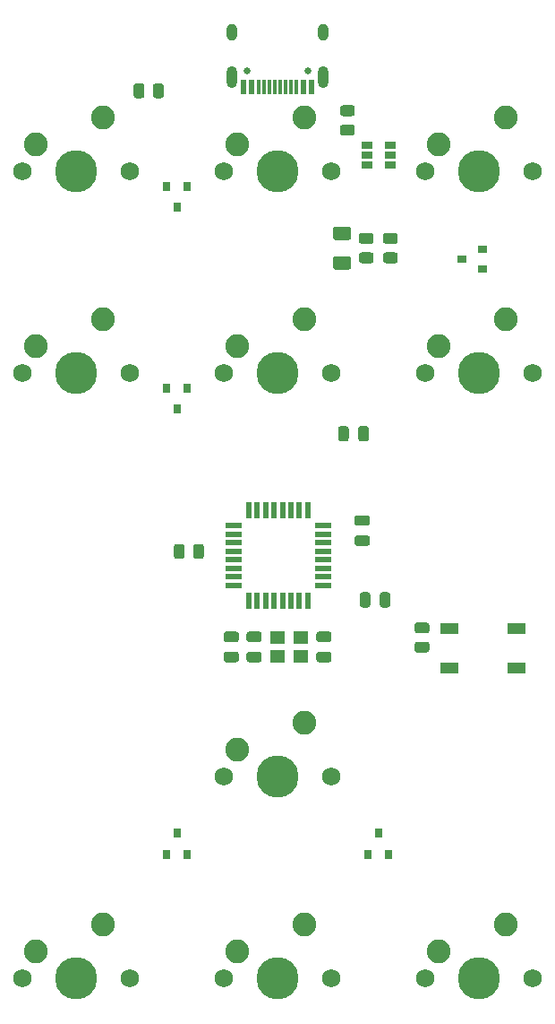
<source format=gbr>
%TF.GenerationSoftware,KiCad,Pcbnew,(5.1.10)-1*%
%TF.CreationDate,2021-11-11T00:21:49+01:00*%
%TF.ProjectId,navidat,6e617669-6461-4742-9e6b-696361645f70,rev?*%
%TF.SameCoordinates,Original*%
%TF.FileFunction,Soldermask,Bot*%
%TF.FilePolarity,Negative*%
%FSLAX46Y46*%
G04 Gerber Fmt 4.6, Leading zero omitted, Abs format (unit mm)*
G04 Created by KiCad (PCBNEW (5.1.10)-1) date 2021-11-11 00:21:49*
%MOMM*%
%LPD*%
G01*
G04 APERTURE LIST*
%ADD10C,2.250000*%
%ADD11C,3.987800*%
%ADD12C,1.750000*%
%ADD13R,0.800000X0.900000*%
%ADD14R,0.900000X0.800000*%
%ADD15R,1.400000X1.200000*%
%ADD16R,0.600000X1.450000*%
%ADD17R,0.300000X1.450000*%
%ADD18O,1.000000X2.100000*%
%ADD19C,0.650000*%
%ADD20O,1.000000X1.600000*%
%ADD21R,1.060000X0.650000*%
%ADD22R,1.600000X0.550000*%
%ADD23R,0.550000X1.600000*%
%ADD24R,1.700000X1.000000*%
G04 APERTURE END LIST*
D10*
%TO.C,MX8*%
X151765000Y-115570000D03*
D11*
X149225000Y-120650000D03*
D10*
X145415000Y-118110000D03*
D12*
X144145000Y-120650000D03*
X154305000Y-120650000D03*
%TD*%
D13*
%TO.C,D5*%
X158750000Y-126000000D03*
X157800000Y-128000000D03*
X159700000Y-128000000D03*
%TD*%
%TO.C,D4*%
X139700000Y-126000000D03*
X138750000Y-128000000D03*
X140650000Y-128000000D03*
%TD*%
%TO.C,D3*%
X139700000Y-85931250D03*
X140650000Y-83931250D03*
X138750000Y-83931250D03*
%TD*%
D14*
%TO.C,D2*%
X166640000Y-71755000D03*
X168640000Y-72705000D03*
X168640000Y-70805000D03*
%TD*%
D13*
%TO.C,D1*%
X139700000Y-66881250D03*
X140650000Y-64881250D03*
X138750000Y-64881250D03*
%TD*%
D10*
%TO.C,MX4*%
X170815000Y-77470000D03*
D11*
X168275000Y-82550000D03*
D10*
X164465000Y-80010000D03*
D12*
X163195000Y-82550000D03*
X173355000Y-82550000D03*
%TD*%
D15*
%TO.C,X1*%
X149204500Y-107544500D03*
X151404500Y-107544500D03*
X151404500Y-109244500D03*
X149204500Y-109244500D03*
%TD*%
D16*
%TO.C,USB1*%
X152475000Y-55480000D03*
X151675000Y-55480000D03*
X146775000Y-55480000D03*
X145975000Y-55480000D03*
X145975000Y-55480000D03*
X146775000Y-55480000D03*
X151675000Y-55480000D03*
X152475000Y-55480000D03*
D17*
X147475000Y-55480000D03*
X147975000Y-55480000D03*
X148475000Y-55480000D03*
X149475000Y-55480000D03*
X149975000Y-55480000D03*
X150475000Y-55480000D03*
X150975000Y-55480000D03*
X148975000Y-55480000D03*
D18*
X153545000Y-54565000D03*
X144905000Y-54565000D03*
D19*
X146335000Y-54035000D03*
D20*
X144905000Y-50385000D03*
D19*
X152115000Y-54035000D03*
D20*
X153545000Y-50385000D03*
%TD*%
D21*
%TO.C,U2*%
X157650000Y-61976000D03*
X157650000Y-61026000D03*
X157650000Y-62926000D03*
X159850000Y-62926000D03*
X159850000Y-61976000D03*
X159850000Y-61026000D03*
%TD*%
D22*
%TO.C,U1*%
X153538500Y-102558500D03*
X153538500Y-101758500D03*
X153538500Y-100958500D03*
X153538500Y-100158500D03*
X153538500Y-99358500D03*
X153538500Y-98558500D03*
X153538500Y-97758500D03*
X153538500Y-96958500D03*
D23*
X152088500Y-95508500D03*
X151288500Y-95508500D03*
X150488500Y-95508500D03*
X149688500Y-95508500D03*
X148888500Y-95508500D03*
X148088500Y-95508500D03*
X147288500Y-95508500D03*
X146488500Y-95508500D03*
D22*
X145038500Y-96958500D03*
X145038500Y-97758500D03*
X145038500Y-98558500D03*
X145038500Y-99358500D03*
X145038500Y-100158500D03*
X145038500Y-100958500D03*
X145038500Y-101758500D03*
X145038500Y-102558500D03*
D23*
X146488500Y-104008500D03*
X147288500Y-104008500D03*
X148088500Y-104008500D03*
X148888500Y-104008500D03*
X149688500Y-104008500D03*
X150488500Y-104008500D03*
X151288500Y-104008500D03*
X152088500Y-104008500D03*
%TD*%
D24*
%TO.C,RESET*%
X171806000Y-106621500D03*
X165506000Y-106621500D03*
X171806000Y-110421500D03*
X165506000Y-110421500D03*
%TD*%
%TO.C,R6*%
G36*
G01*
X162427499Y-107905500D02*
X163327501Y-107905500D01*
G75*
G02*
X163577500Y-108155499I0J-249999D01*
G01*
X163577500Y-108680501D01*
G75*
G02*
X163327501Y-108930500I-249999J0D01*
G01*
X162427499Y-108930500D01*
G75*
G02*
X162177500Y-108680501I0J249999D01*
G01*
X162177500Y-108155499D01*
G75*
G02*
X162427499Y-107905500I249999J0D01*
G01*
G37*
G36*
G01*
X162427499Y-106080500D02*
X163327501Y-106080500D01*
G75*
G02*
X163577500Y-106330499I0J-249999D01*
G01*
X163577500Y-106855501D01*
G75*
G02*
X163327501Y-107105500I-249999J0D01*
G01*
X162427499Y-107105500D01*
G75*
G02*
X162177500Y-106855501I0J249999D01*
G01*
X162177500Y-106330499D01*
G75*
G02*
X162427499Y-106080500I249999J0D01*
G01*
G37*
%TD*%
%TO.C,R5*%
G36*
G01*
X141243000Y-99827501D02*
X141243000Y-98927499D01*
G75*
G02*
X141492999Y-98677500I249999J0D01*
G01*
X142018001Y-98677500D01*
G75*
G02*
X142268000Y-98927499I0J-249999D01*
G01*
X142268000Y-99827501D01*
G75*
G02*
X142018001Y-100077500I-249999J0D01*
G01*
X141492999Y-100077500D01*
G75*
G02*
X141243000Y-99827501I0J249999D01*
G01*
G37*
G36*
G01*
X139418000Y-99827501D02*
X139418000Y-98927499D01*
G75*
G02*
X139667999Y-98677500I249999J0D01*
G01*
X140193001Y-98677500D01*
G75*
G02*
X140443000Y-98927499I0J-249999D01*
G01*
X140443000Y-99827501D01*
G75*
G02*
X140193001Y-100077500I-249999J0D01*
G01*
X139667999Y-100077500D01*
G75*
G02*
X139418000Y-99827501I0J249999D01*
G01*
G37*
%TD*%
%TO.C,R4*%
G36*
G01*
X159442999Y-71139000D02*
X160343001Y-71139000D01*
G75*
G02*
X160593000Y-71388999I0J-249999D01*
G01*
X160593000Y-71914001D01*
G75*
G02*
X160343001Y-72164000I-249999J0D01*
G01*
X159442999Y-72164000D01*
G75*
G02*
X159193000Y-71914001I0J249999D01*
G01*
X159193000Y-71388999D01*
G75*
G02*
X159442999Y-71139000I249999J0D01*
G01*
G37*
G36*
G01*
X159442999Y-69314000D02*
X160343001Y-69314000D01*
G75*
G02*
X160593000Y-69563999I0J-249999D01*
G01*
X160593000Y-70089001D01*
G75*
G02*
X160343001Y-70339000I-249999J0D01*
G01*
X159442999Y-70339000D01*
G75*
G02*
X159193000Y-70089001I0J249999D01*
G01*
X159193000Y-69563999D01*
G75*
G02*
X159442999Y-69314000I249999J0D01*
G01*
G37*
%TD*%
%TO.C,R3*%
G36*
G01*
X157156999Y-71139000D02*
X158057001Y-71139000D01*
G75*
G02*
X158307000Y-71388999I0J-249999D01*
G01*
X158307000Y-71914001D01*
G75*
G02*
X158057001Y-72164000I-249999J0D01*
G01*
X157156999Y-72164000D01*
G75*
G02*
X156907000Y-71914001I0J249999D01*
G01*
X156907000Y-71388999D01*
G75*
G02*
X157156999Y-71139000I249999J0D01*
G01*
G37*
G36*
G01*
X157156999Y-69314000D02*
X158057001Y-69314000D01*
G75*
G02*
X158307000Y-69563999I0J-249999D01*
G01*
X158307000Y-70089001D01*
G75*
G02*
X158057001Y-70339000I-249999J0D01*
G01*
X157156999Y-70339000D01*
G75*
G02*
X156907000Y-70089001I0J249999D01*
G01*
X156907000Y-69563999D01*
G75*
G02*
X157156999Y-69314000I249999J0D01*
G01*
G37*
%TD*%
%TO.C,R2*%
G36*
G01*
X156279001Y-58274000D02*
X155378999Y-58274000D01*
G75*
G02*
X155129000Y-58024001I0J249999D01*
G01*
X155129000Y-57498999D01*
G75*
G02*
X155378999Y-57249000I249999J0D01*
G01*
X156279001Y-57249000D01*
G75*
G02*
X156529000Y-57498999I0J-249999D01*
G01*
X156529000Y-58024001D01*
G75*
G02*
X156279001Y-58274000I-249999J0D01*
G01*
G37*
G36*
G01*
X156279001Y-60099000D02*
X155378999Y-60099000D01*
G75*
G02*
X155129000Y-59849001I0J249999D01*
G01*
X155129000Y-59323999D01*
G75*
G02*
X155378999Y-59074000I249999J0D01*
G01*
X156279001Y-59074000D01*
G75*
G02*
X156529000Y-59323999I0J-249999D01*
G01*
X156529000Y-59849001D01*
G75*
G02*
X156279001Y-60099000I-249999J0D01*
G01*
G37*
%TD*%
%TO.C,R1*%
G36*
G01*
X137433000Y-56330001D02*
X137433000Y-55429999D01*
G75*
G02*
X137682999Y-55180000I249999J0D01*
G01*
X138208001Y-55180000D01*
G75*
G02*
X138458000Y-55429999I0J-249999D01*
G01*
X138458000Y-56330001D01*
G75*
G02*
X138208001Y-56580000I-249999J0D01*
G01*
X137682999Y-56580000D01*
G75*
G02*
X137433000Y-56330001I0J249999D01*
G01*
G37*
G36*
G01*
X135608000Y-56330001D02*
X135608000Y-55429999D01*
G75*
G02*
X135857999Y-55180000I249999J0D01*
G01*
X136383001Y-55180000D01*
G75*
G02*
X136633000Y-55429999I0J-249999D01*
G01*
X136633000Y-56330001D01*
G75*
G02*
X136383001Y-56580000I-249999J0D01*
G01*
X135857999Y-56580000D01*
G75*
G02*
X135608000Y-56330001I0J249999D01*
G01*
G37*
%TD*%
D10*
%TO.C,MX10*%
X170815000Y-134620000D03*
D11*
X168275000Y-139700000D03*
D10*
X164465000Y-137160000D03*
D12*
X163195000Y-139700000D03*
X173355000Y-139700000D03*
%TD*%
D10*
%TO.C,MX9*%
X151765000Y-134620000D03*
D11*
X149225000Y-139700000D03*
D10*
X145415000Y-137160000D03*
D12*
X144145000Y-139700000D03*
X154305000Y-139700000D03*
%TD*%
D10*
%TO.C,MX7*%
X132715000Y-134620000D03*
D11*
X130175000Y-139700000D03*
D10*
X126365000Y-137160000D03*
D12*
X125095000Y-139700000D03*
X135255000Y-139700000D03*
%TD*%
D10*
%TO.C,MX6*%
X151765000Y-77470000D03*
D11*
X149225000Y-82550000D03*
D10*
X145415000Y-80010000D03*
D12*
X144145000Y-82550000D03*
X154305000Y-82550000D03*
%TD*%
D10*
%TO.C,MX5*%
X132715000Y-77470000D03*
D11*
X130175000Y-82550000D03*
D10*
X126365000Y-80010000D03*
D12*
X125095000Y-82550000D03*
X135255000Y-82550000D03*
%TD*%
D10*
%TO.C,MX3*%
X170815000Y-58420000D03*
D11*
X168275000Y-63500000D03*
D10*
X164465000Y-60960000D03*
D12*
X163195000Y-63500000D03*
X173355000Y-63500000D03*
%TD*%
D10*
%TO.C,MX2*%
X151765000Y-58420000D03*
D11*
X149225000Y-63500000D03*
D10*
X145415000Y-60960000D03*
D12*
X144145000Y-63500000D03*
X154305000Y-63500000D03*
%TD*%
D10*
%TO.C,MX1*%
X132715000Y-58420000D03*
D11*
X130175000Y-63500000D03*
D10*
X126365000Y-60960000D03*
D12*
X125095000Y-63500000D03*
X135255000Y-63500000D03*
%TD*%
%TO.C,F1*%
G36*
G01*
X155946000Y-69964000D02*
X154696000Y-69964000D01*
G75*
G02*
X154446000Y-69714000I0J250000D01*
G01*
X154446000Y-68964000D01*
G75*
G02*
X154696000Y-68714000I250000J0D01*
G01*
X155946000Y-68714000D01*
G75*
G02*
X156196000Y-68964000I0J-250000D01*
G01*
X156196000Y-69714000D01*
G75*
G02*
X155946000Y-69964000I-250000J0D01*
G01*
G37*
G36*
G01*
X155946000Y-72764000D02*
X154696000Y-72764000D01*
G75*
G02*
X154446000Y-72514000I0J250000D01*
G01*
X154446000Y-71764000D01*
G75*
G02*
X154696000Y-71514000I250000J0D01*
G01*
X155946000Y-71514000D01*
G75*
G02*
X156196000Y-71764000I0J-250000D01*
G01*
X156196000Y-72514000D01*
G75*
G02*
X155946000Y-72764000I-250000J0D01*
G01*
G37*
%TD*%
%TO.C,C7*%
G36*
G01*
X146527500Y-106944500D02*
X147477500Y-106944500D01*
G75*
G02*
X147727500Y-107194500I0J-250000D01*
G01*
X147727500Y-107694500D01*
G75*
G02*
X147477500Y-107944500I-250000J0D01*
G01*
X146527500Y-107944500D01*
G75*
G02*
X146277500Y-107694500I0J250000D01*
G01*
X146277500Y-107194500D01*
G75*
G02*
X146527500Y-106944500I250000J0D01*
G01*
G37*
G36*
G01*
X146527500Y-108844500D02*
X147477500Y-108844500D01*
G75*
G02*
X147727500Y-109094500I0J-250000D01*
G01*
X147727500Y-109594500D01*
G75*
G02*
X147477500Y-109844500I-250000J0D01*
G01*
X146527500Y-109844500D01*
G75*
G02*
X146277500Y-109594500I0J250000D01*
G01*
X146277500Y-109094500D01*
G75*
G02*
X146527500Y-108844500I250000J0D01*
G01*
G37*
%TD*%
%TO.C,C6*%
G36*
G01*
X154081500Y-109844500D02*
X153131500Y-109844500D01*
G75*
G02*
X152881500Y-109594500I0J250000D01*
G01*
X152881500Y-109094500D01*
G75*
G02*
X153131500Y-108844500I250000J0D01*
G01*
X154081500Y-108844500D01*
G75*
G02*
X154331500Y-109094500I0J-250000D01*
G01*
X154331500Y-109594500D01*
G75*
G02*
X154081500Y-109844500I-250000J0D01*
G01*
G37*
G36*
G01*
X154081500Y-107944500D02*
X153131500Y-107944500D01*
G75*
G02*
X152881500Y-107694500I0J250000D01*
G01*
X152881500Y-107194500D01*
G75*
G02*
X153131500Y-106944500I250000J0D01*
G01*
X154081500Y-106944500D01*
G75*
G02*
X154331500Y-107194500I0J-250000D01*
G01*
X154331500Y-107694500D01*
G75*
G02*
X154081500Y-107944500I-250000J0D01*
G01*
G37*
%TD*%
%TO.C,C5*%
G36*
G01*
X157701000Y-96959000D02*
X156751000Y-96959000D01*
G75*
G02*
X156501000Y-96709000I0J250000D01*
G01*
X156501000Y-96209000D01*
G75*
G02*
X156751000Y-95959000I250000J0D01*
G01*
X157701000Y-95959000D01*
G75*
G02*
X157951000Y-96209000I0J-250000D01*
G01*
X157951000Y-96709000D01*
G75*
G02*
X157701000Y-96959000I-250000J0D01*
G01*
G37*
G36*
G01*
X157701000Y-98859000D02*
X156751000Y-98859000D01*
G75*
G02*
X156501000Y-98609000I0J250000D01*
G01*
X156501000Y-98109000D01*
G75*
G02*
X156751000Y-97859000I250000J0D01*
G01*
X157701000Y-97859000D01*
G75*
G02*
X157951000Y-98109000I0J-250000D01*
G01*
X157951000Y-98609000D01*
G75*
G02*
X157701000Y-98859000I-250000J0D01*
G01*
G37*
%TD*%
%TO.C,C3*%
G36*
G01*
X158882500Y-104424500D02*
X158882500Y-103474500D01*
G75*
G02*
X159132500Y-103224500I250000J0D01*
G01*
X159632500Y-103224500D01*
G75*
G02*
X159882500Y-103474500I0J-250000D01*
G01*
X159882500Y-104424500D01*
G75*
G02*
X159632500Y-104674500I-250000J0D01*
G01*
X159132500Y-104674500D01*
G75*
G02*
X158882500Y-104424500I0J250000D01*
G01*
G37*
G36*
G01*
X156982500Y-104424500D02*
X156982500Y-103474500D01*
G75*
G02*
X157232500Y-103224500I250000J0D01*
G01*
X157732500Y-103224500D01*
G75*
G02*
X157982500Y-103474500I0J-250000D01*
G01*
X157982500Y-104424500D01*
G75*
G02*
X157732500Y-104674500I-250000J0D01*
G01*
X157232500Y-104674500D01*
G75*
G02*
X156982500Y-104424500I0J250000D01*
G01*
G37*
%TD*%
%TO.C,C2*%
G36*
G01*
X144368501Y-106944500D02*
X145318501Y-106944500D01*
G75*
G02*
X145568501Y-107194500I0J-250000D01*
G01*
X145568501Y-107694500D01*
G75*
G02*
X145318501Y-107944500I-250000J0D01*
G01*
X144368501Y-107944500D01*
G75*
G02*
X144118501Y-107694500I0J250000D01*
G01*
X144118501Y-107194500D01*
G75*
G02*
X144368501Y-106944500I250000J0D01*
G01*
G37*
G36*
G01*
X144368501Y-108844500D02*
X145318501Y-108844500D01*
G75*
G02*
X145568501Y-109094500I0J-250000D01*
G01*
X145568501Y-109594500D01*
G75*
G02*
X145318501Y-109844500I-250000J0D01*
G01*
X144368501Y-109844500D01*
G75*
G02*
X144118501Y-109594500I0J250000D01*
G01*
X144118501Y-109094500D01*
G75*
G02*
X144368501Y-108844500I250000J0D01*
G01*
G37*
%TD*%
%TO.C,C1*%
G36*
G01*
X155950500Y-87790000D02*
X155950500Y-88740000D01*
G75*
G02*
X155700500Y-88990000I-250000J0D01*
G01*
X155200500Y-88990000D01*
G75*
G02*
X154950500Y-88740000I0J250000D01*
G01*
X154950500Y-87790000D01*
G75*
G02*
X155200500Y-87540000I250000J0D01*
G01*
X155700500Y-87540000D01*
G75*
G02*
X155950500Y-87790000I0J-250000D01*
G01*
G37*
G36*
G01*
X157850500Y-87790000D02*
X157850500Y-88740000D01*
G75*
G02*
X157600500Y-88990000I-250000J0D01*
G01*
X157100500Y-88990000D01*
G75*
G02*
X156850500Y-88740000I0J250000D01*
G01*
X156850500Y-87790000D01*
G75*
G02*
X157100500Y-87540000I250000J0D01*
G01*
X157600500Y-87540000D01*
G75*
G02*
X157850500Y-87790000I0J-250000D01*
G01*
G37*
%TD*%
M02*

</source>
